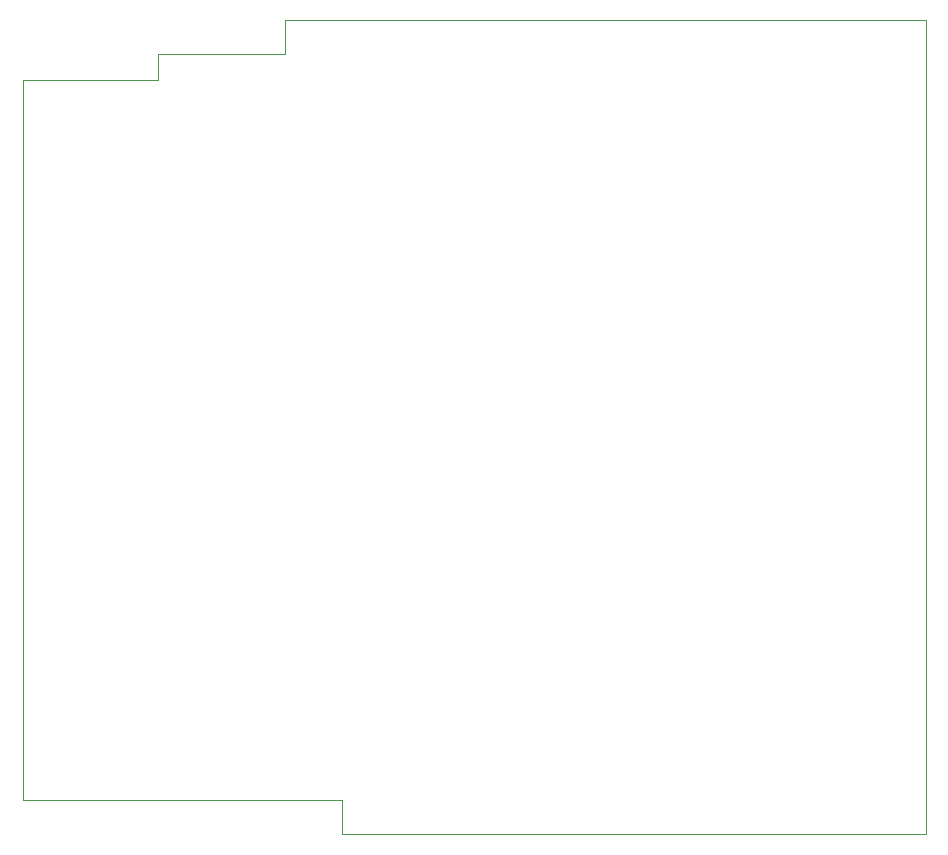
<source format=gbr>
G04 Layer_Color=0*
%FSLAX26Y26*%
%MOIN*%
%TF.FileFunction,Profile,NP*%
%TF.Part,Single*%
G01*
G75*
%TA.AperFunction,Profile*%
%ADD111C,0.001000*%
D111*
X4740000Y5650000D02*
X5805000D01*
Y5535000D01*
X7750000D01*
Y8250000D01*
X5615000D01*
Y8135000D01*
X5190000D01*
Y8050000D01*
X4740000D01*
Y5650000D01*
%TF.MD5,29499FBF9B5F26ED8D1A220A8194B058*%
M02*

</source>
